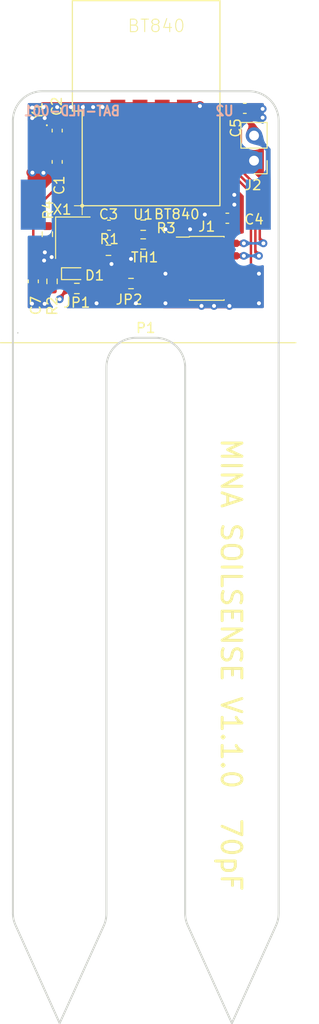
<source format=kicad_pcb>
(kicad_pcb (version 20221018) (generator pcbnew)
  (layers (0 "F.Cu" signal) (1 "In1.Cu" signal) (2 "In2.Cu" signal) (31 "B.Cu" signal) (34 "B.Paste" user) (35 "F.Paste" user) (36 "B.SilkS" user "B.Silkscreen") (37 "F.SilkS" user "F.Silkscreen") (38 "B.Mask" user) (39 "F.Mask" user) (44 "Edge.Cuts" user))
  (net 0 "")
  (net 5 "/Oscillator/gpio_power")
  (net 54 "GND")
  (net 55 "/SWDIO")
  (net 56 "/SWDCLK")
  (net 57 "/nRST")
  (net 58 "VDD")
  (net 59 "+BATT")
  (net 60 "/Oscillator/ADC_OUT")
  (net 61 "/Oscillator/Probe")
  (net 62 "/XL1")
  (net 63 "/XL2")
  (net 64 "/NTC_POWER")
  (net 65 "NTC_ADC")
  (net 66 "/Oscillator/enable")
  (net 68 "Net-(D1-A)")
  (footprint "Connector_PinHeader_1.27mm:PinHeader_2x05_P1.27mm_Vertical_SMD" (layer "F.Cu") (at 142.195 60.96)
    (fp_text reference "J1" (at 0 -4.235) (layer "F.SilkS"))
    (fp_text value "Conn_ARM_JTAG_SWD_10")
    (fp_line (start -3.09 -3.17) (end -1.765 -3.17) (stroke (width 0.12)) (layer "F.SilkS"))
    (fp_line (start -1.765 -3.235) (end -1.765 -3.17) (stroke (width 0.12)) (layer "F.SilkS"))
    (fp_line (start -1.765 -3.235) (end 1.765 -3.235) (stroke (width 0.12)) (layer "F.SilkS"))
    (fp_line (start -1.765 3.17) (end -1.765 3.235) (stroke (width 0.12)) (layer "F.SilkS"))
    (fp_line (start -1.765 3.235) (end 1.765 3.235) (stroke (width 0.12)) (layer "F.SilkS"))
    (fp_line (start 1.765 -3.235) (end 1.765 -3.17) (stroke (width 0.12)) (layer "F.SilkS"))
    (fp_line (start 1.765 3.17) (end 1.765 3.235) (stroke (width 0.12)) (layer "F.SilkS"))
    (pad "1" smd rect (at -1.95 -2.54) (size 2.4 0.74) (layers "F.Cu" "F.Paste" "F.Mask") (net 58 "VDD"))
    (pad "2" smd rect (at 1.95 -2.54) (size 2.4 0.74) (layers "F.Cu" "F.Paste" "F.Mask") (net 55 "/SWDIO"))
    (pad "3" smd rect (at -1.95 -1.27) (size 2.4 0.74) (layers "F.Cu" "F.Paste" "F.Mask") (net 54 "GND"))
    (pad "4" smd rect (at 1.95 -1.27) (size 2.4 0.74) (layers "F.Cu" "F.Paste" "F.Mask") (net 56 "/SWDCLK"))
    (pad "5" smd rect (at -1.95 0) (size 2.4 0.74) (layers "F.Cu" "F.Paste" "F.Mask") (net 54 "GND"))
    (pad "6" smd rect (at 1.95 0) (size 2.4 0.74) (layers "F.Cu" "F.Paste" "F.Mask"))
    (pad "7" smd rect (at -1.95 1.27) (size 2.4 0.74) (layers "F.Cu" "F.Paste" "F.Mask"))
    (pad "8" smd rect (at 1.95 1.27) (size 2.4 0.74) (layers "F.Cu" "F.Paste" "F.Mask"))
    (pad "9" smd rect (at -1.95 2.54) (size 2.4 0.74) (layers "F.Cu" "F.Paste" "F.Mask"))
    (pad "10" smd rect (at 1.95 2.54) (size 2.4 0.74) (layers "F.Cu" "F.Paste" "F.Mask") (net 57 "/nRST"))
  )
  (footprint "soil_lib:BT840-BT840" (layer "F.Cu") (at 129.54 54.61)
    (fp_text reference "U1" (at 6.184445 0.885817) (layer "F.SilkS"))
    (fp_text value "BT840" (at 9.615121 0.862375) (layer "F.SilkS"))
    (fp_text user "BT840" (at 7.53364 -18.23466) (layer "F.SilkS") (effects (font (size 1.27 1.27) (thickness 0.1016))))
    (fp_line (start -0.99822 -20.79752) (end 13.99794 -20.79752) (stroke (width 0.127)) (layer "F.SilkS"))
    (fp_line (start -0.99822 -9.66978) (end -0.99822 -20.79752) (stroke (width 0.127)) (layer "F.SilkS"))
    (fp_line (start -0.79756 0) (end 0 0) (stroke (width 0.1)) (layer "F.SilkS"))
    (fp_line (start -0.00508 -0.00254) (end -0.00508 -0.5207) (stroke (width 0.1)) (layer "F.SilkS"))
    (fp_line (start 0 -9.59866) (end -0.99822 -9.59866) (stroke (width 0.127)) (layer "F.SilkS"))
    (fp_line (start 0 -0.254) (end 0 -0.14986) (stroke (width 0.1)) (layer "F.SilkS"))
    (fp_line (start 0 -0.14986) (end 0 0) (stroke (width 0.1)) (layer "F.SilkS"))
    (fp_line (start 0 0) (end 0 -9.59866) (stroke (width 0.127)) (layer "F.SilkS"))
    (fp_line (start 0 0) (end 0 0) (stroke (width 0.1)) (layer "F.SilkS"))
    (fp_line (start 0 0) (end 12.5984 0) (stroke (width 0.1)) (layer "F.SilkS"))
    (fp_line (start 0 0.14986) (end 0 0) (stroke (width 0.1)) (layer "F.SilkS"))
    (fp_line (start 0 0.91186) (end 0 0.14986) (stroke (width 0.1)) (layer "F.SilkS"))
    (fp_line (start 12.5984 0) (end 0 0) (stroke (width 0.1)) (layer "F.SilkS"))
    (fp_line (start 12.5984 0) (end 12.5984 0) (stroke (width 0.1)) (layer "F.SilkS"))
    (fp_line (start 13.9954 -15.99692) (end 13.9954 -9.72312) (stroke (width 0.1)) (layer "F.SilkS"))
    (fp_line (start 13.99794 -20.79752) (end 13.99794 -15.99946) (stroke (width 0.127)) (layer "F.SilkS"))
    (fp_line (start 13.99794 -15.99946) (end 13.99794 0) (stroke (width 0.127)) (layer "F.SilkS"))
    (fp_line (start 13.99794 0) (end 0 0) (stroke (width 0.127)) (layer "F.SilkS"))
    (fp_line (start 14.00048 -15.99946) (end 13.99794 -15.99946) (stroke (width 0.1)) (layer "F.SilkS"))
    (fp_line (start 14.00048 -0.58928) (end 14.00048 -0.00762) (stroke (width 0.1)) (layer "F.SilkS"))
    (fp_arc (start 0 -0.14986) (mid 0.14986 0) (end 0 0.14986) (stroke (width 0.1)) (layer "F.SilkS"))
    (fp_arc (start 0 0.14986) (mid -0.14986 0) (end 0 -0.14986) (stroke (width 0.1)) (layer "F.SilkS"))
    (pad "P$1" smd rect (at 0 -8.79856 180) (size 1.4986 0.6985) (layers "F.Cu" "F.Paste" "F.Mask"))
    (pad "P$2" smd rect (at 0 -7.69874) (size 1.4986 0.6985) (layers "F.Cu" "F.Paste" "F.Mask"))
    (pad "P$3" smd rect (at 0 -6.59892) (size 1.4986 0.6985) (layers "F.Cu" "F.Paste" "F.Mask") (net 62 "/XL1"))
    (pad "P$4" smd rect (at 0 -5.4991) (size 1.4986 0.6985) (layers "F.Cu" "F.Paste" "F.Mask") (net 63 "/XL2"))
    (pad "P$5" smd rect (at 0 -4.39928) (size 1.4986 0.6985) (layers "F.Cu" "F.Paste" "F.Mask") (net 60 "/Oscillator/ADC_OUT"))
    (pad "P$6" smd rect (at 0 -3.29946) (size 1.4986 0.6985) (layers "F.Cu" "F.Paste" "F.Mask") (net 65 "NTC_ADC"))
    (pad "P$7" smd rect (at 0 -2.19964) (size 1.4986 0.6985) (layers "F.Cu" "F.Paste" "F.Mask") (net 66 "/Oscillator/enable"))
    (pad "P$8" smd rect (at 0 -1.09982) (size 1.4986 0.6985) (layers "F.Cu" "F.Paste" "F.Mask") (net 5 "/Oscillator/gpio_power"))
    (pad "P$9" smd rect (at 13.99794 -1.09982) (size 1.4986 0.6985) (layers "F.Cu" "F.Paste" "F.Mask") (net 58 "VDD"))
    (pad "P$10" smd rect (at 13.99794 -2.19964) (size 1.4986 0.6985) (layers "F.Cu" "F.Paste" "F.Mask") (net 54 "GND"))
    (pad "P$11" smd rect (at 13.99794 -3.29946) (size 1.4986 0.6985) (layers "F.Cu" "F.Paste" "F.Mask"))
    (pad "P$12" smd rect (at 13.99794 -4.39928) (size 1.4986 0.6985) (layers "F.Cu" "F.Paste" "F.Mask"))
    (pad "P$13" smd rect (at 13.99794 -5.4991) (size 1.4986 0.6985) (layers "F.Cu" "F.Paste" "F.Mask"))
    (pad "P$14" smd rect (at 13.99794 -6.59892) (size 1.4986 0.6985) (layers "F.Cu" "F.Paste" "F.Mask") (net 57 "/nRST"))
    (pad "P$15" smd rect (at 13.99794 -7.69874) (size 1.4986 0.6985) (layers "F.Cu" "F.Paste" "F.Mask") (net 56 "/SWDCLK"))
    (pad "P$16" smd rect (at 13.99794 -8.79856) (size 1.4986 0.6985) (layers "F.Cu" "F.Paste" "F.Mask") (net 55 "/SWDIO"))
    (pad "P$A0" smd circle (at 4.7498 -7.99846 180) (size 0.59944 0.59944) (layers "F.Cu" "F.Paste" "F.Mask"))
    (pad "P$A1" smd circle (at 4.7498 -6.79958 180) (size 0.59944 0.59944) (layers "F.Cu" "F.Paste" "F.Mask"))
    (pad "P$A2" smd circle (at 4.7498 -5.59816 180) (size 0.59944 0.59944) (layers "F.Cu" "F.Paste" "F.Mask"))
    (pad "P$A3" smd circle (at 4.7498 -4.39928 180) (size 0.59944 0.59944) (layers "F.Cu" "F.Paste" "F.Mask"))
    (pad "P$A4" smd circle (at 4.7498 -3.19786 180) (size 0.59944 0.59944) (layers "F.Cu" "F.Paste" "F.Mask"))
    (pad "P$A5" smd circle (at 4.7498 -1.99898) (size 0.59944 0.59944) (layers "F.Cu" "F.Paste" "F.Mask"))
    (pad "P$A6" smd circle (at 4.7498 -0.79756) (size 0.59944 0.59944) (layers "F.Cu" "F.Paste" "F.Mask"))
    (pad "P$B0" smd circle (at 6.2484 -7.99846 180) (size 0.59944 0.59944) (layers "F.Cu" "F.Paste" "F.Mask"))
    (pad "P$B1" smd circle (at 6.2484 -6.79958 180) (size 0.59944 0.59944) (layers "F.Cu" "F.Paste" "F.Mask"))
    (pad "P$B2" smd circle (at 6.2484 -5.59816 180) (size 0.59944 0.59944) (layers "F.Cu" "F.Paste" "F.Mask"))
    (pad "P$B3" smd circle (at 6.2484 -4.39928 180) (size 0.59944 0.59944) (layers "F.Cu" "F.Paste" "F.Mask"))
    (pad "P$B4" smd circle (at 6.2484 -3.19786 180) (size 0.59944 0.59944) (layers "F.Cu" "F.Paste" "F.Mask"))
    (pad "P$B5" smd circle (at 6.2484 -1.99898 180) (size 0.59944 0.59944) (layers "F.Cu" "F.Paste" "F.Mask"))
    (pad "P$B6" smd circle (at 6.2484 -0.79756 180) (size 0.59944 0.59944) (layers "F.Cu" "F.Paste" "F.Mask"))
    (pad "P$C0" smd circle (at 7.74954 -7.99846 180) (size 0.59944 0.59944) (layers "F.Cu" "F.Paste" "F.Mask"))
    (pad "P$C1" smd circle (at 7.74954 -6.79958 180) (size 0.59944 0.59944) (layers "F.Cu" "F.Paste" "F.Mask"))
    (pad "P$C2" smd circle (at 7.74954 -5.59816 180) (size 0.59944 0.59944) (layers "F.Cu" "F.Paste" "F.Mask"))
    (pad "P$C3" smd circle (at 7.74954 -4.39928 180) (size 0.59944 0.59944) (layers "F.Cu" "F.Paste" "F.Mask"))
    (pad "P$C4" smd circle (at 7.74954 -3.19786 180) (size 0.59944 0.59944) (layers "F.Cu" "F.Paste" "F.Mask"))
    (pad "P$C5" smd circle (at 7.74954 -1.99898 180) (size 0.59944 0.59944) (layers "F.Cu" "F.Paste" "F.Mask"))
    (pad "P$C6" smd circle (at 7.74954 -0.79756 180) (size 0.59944 0.59944) (layers "F.Cu" "F.Paste" "F.Mask"))
    (pad "P$D0" smd circle (at 9.24814 -7.99846 180) (size 0.59944 0.59944) (layers "F.Cu" "F.Paste" "F.Mask"))
    (pad "P$D1" smd circle (at 9.24814 -6.79958 180) (size 0.59944 0.59944) (layers "F.Cu" "F.Paste" "F.Mask"))
    (pad "P$D2" smd circle (at 9.24814 -5.59816 180) (size 0.59944 0.59944) (layers "F.Cu" "F.Paste" "F.Mask"))
    (pad "P$D3" smd circle (at 9.24814 -4.39928 180) (size 0.59944 0.59944) (layers "F.Cu" "F.Paste" "F.Mask"))
    (pad "P$D4" smd circle (at 9.24814 -3.19786 180) (size 0.59944 0.59944) (layers "F.Cu" "F.Paste" "F.Mask"))
    (pad "P$D5" smd circle (at 9.24814 -1.99898 180) (size 0.59944 0.59944) (layers "F.Cu" "F.Paste" "F.Mask"))
    (pad "P$D6" smd circle (at 9.24814 -0.79756 180) (size 0.59944 0.59944) (layers "F.Cu" "F.Paste" "F.Mask"))
    (pad "P$E0" smd circle (at 10.74928 -7.99846 180) (size 0.59944 0.59944) (layers "F.Cu" "F.Paste" "F.Mask"))
    (pad "P$E1" smd circle (at 10.74928 -6.79958 180) (size 0.59944 0.59944) (layers "F.Cu" "F.Paste" "F.Mask"))
    (pad "P$E2" smd circle (at 10.74928 -5.59816 180) (size 0.59944 0.59944) (layers "F.Cu" "F.Paste" "F.Mask"))
    (pad "P$E3" smd circle (at 10.74928 -4.39928 180) (size 0.59944 0.59944) (layers "F.Cu" "F.Paste" "F.Mask"))
    (pad "P$E4" smd circle (at 10.74928 -3.19786 180) (size 0.59944 0.59944) (layers "F.Cu" "F.Paste" "F.Mask"))
    (pad "P$E5" smd circle (at 10.74928 -1.99898) (size 0.59944 0.59944) (layers "F.Cu" "F.Paste" "F.Mask"))
    (pad "P$E6" smd circle (at 10.74928 -0.79756) (size 0.59944 0.59944) (layers "F.Cu" "F.Paste" "F.Mask"))
    (pad "P$F0" smd rect (at 3.62966 -9.99998) (size 1.4986 1.4986) (layers "F.Cu" "F.Paste" "F.Mask") (net 54 "GND"))
    (pad "P$F1" smd rect (at 5.87756 -9.99998) (size 1.4986 1.4986) (layers "F.Cu" "F.Paste" "F.Mask") (net 54 "GND"))
    (pad "P$F2" smd rect (at 8.128 -9.99998) (size 1.4986 1.4986) (layers "F.Cu" "F.Paste" "F.Mask") (net 54 "GND"))
    (pad "P$F3" smd rect (at 10.37844 -9.99998) (size 1.4986 1.4986) (layers "F.Cu" "F.Paste" "F.Mask") (net 54 "GND"))
    (pad "P$F4" smd circle (at 12.24788 -3.19786 180) (size 0.59944 0.59944) (layers "F.Cu" "F.Paste" "F.Mask") (net 59 "+BATT"))
    (pad "P$F5" smd circle (at 12.24788 -1.99898) (size 0.59944 0.59944) (layers "F.Cu" "F.Paste" "F.Mask"))
    (pad "P$F6" smd circle (at 12.24788 -0.79756) (size 0.59944 0.59944) (layers "F.Cu" "F.Paste" "F.Mask"))
    (pad "P$Z0" smd circle (at 3.24866 -7.99846 180) (size 0.59944 0.59944) (layers "F.Cu" "F.Paste" "F.Mask"))
    (pad "P$Z1" smd circle (at 3.24866 -6.79958 180) (size 0.59944 0.59944) (layers "F.Cu" "F.Paste" "F.Mask"))
    (pad "P$Z2" smd circle (at 3.24866 -5.59816 180) (size 0.59944 0.59944) (layers "F.Cu" "F.Paste" "F.Mask"))
    (pad "P$Z3" smd circle (at 3.24866 -4.39928 180) (size 0.59944 0.59944) (layers "F.Cu" "F.Paste" "F.Mask"))
    (pad "P$Z4" smd circle (at 3.24866 -3.19786 180) (size 0.59944 0.59944) (layers "F.Cu" "F.Paste" "F.Mask"))
    (pad "P$Z5" smd circle (at 3.24866 -1.99898) (size 0.59944 0.59944) (layers "F.Cu" "F.Paste" "F.Mask"))
    (pad "P$Z6" smd circle (at 3.24866 -0.79756) (size 0.59944 0.59944) (layers "F.Cu" "F.Paste" "F.Mask") (net 64 "/NTC_POWER"))
  )
  (footprint "soil_lib:XTAL320X150X90" (layer "F.Cu") (at 125 48.5 -90)
    (fp_text reference "Y1" (at -3.5 0 -90) (layer "F.SilkS") (effects (font (thickness 0.160104) bold)))
    (fp_text value "ABS07-32.768KHZ-T" hide)
    (fp_circle (center -2.05 -0.95) (end -1.95 -0.95) (fill solid) (layer "F.SilkS"))
    (pad "1" smd rect (at -1.25 0 270) (size 1.1 1.9) (layers "F.Cu" "F.Paste" "F.Mask") (net 62 "/XL1"))
    (pad "2" smd rect (at 1.25 0 270) (size 1.1 1.9) (layers "F.Cu" "F.Paste" "F.Mask") (net 63 "/XL2"))
  )
  (footprint "Capacitor_SMD:C_0603_1608Metric" (layer "F.Cu") (at 146.062156 44.734305)
    (fp_text reference "C5" (at -0.929757 1.986555 90) (layer "F.SilkS"))
    (fp_text value "4.7uf 0603")
    (fp_line (start -0.14058 -0.51) (end 0.14058 -0.51) (stroke (width 0.12)) (layer "F.SilkS"))
    (fp_line (start -0.14058 0.51) (end 0.14058 0.51) (stroke (width 0.12)) (layer "F.SilkS"))
    (pad "1" smd roundrect (at -0.775 0) (size 0.9 0.95) (layers "F.Cu" "F.Paste" "F.Mask") (net 59 "+BATT"))
    (pad "2" smd roundrect (at 0.775 0) (size 0.9 0.95) (layers "F.Cu" "F.Paste" "F.Mask") (net 54 "GND"))
  )
  (footprint "Capacitor_SMD:C_0603_1608Metric" (layer "F.Cu") (at 132.26 56.585)
    (fp_text reference "C3" (at -0.040335 -1.108012) (layer "F.SilkS"))
    (fp_text value "100nF 0603")
    (fp_line (start -0.14058 -0.51) (end 0.14058 -0.51) (stroke (width 0.12)) (layer "F.SilkS"))
    (fp_line (start -0.14058 0.51) (end 0.14058 0.51) (stroke (width 0.12)) (layer "F.SilkS"))
    (pad "1" smd roundrect (at -0.775 0) (size 0.9 0.95) (layers "F.Cu" "F.Paste" "F.Mask") (net 5 "/Oscillator/gpio_power"))
    (pad "2" smd roundrect (at 0.775 0) (size 0.9 0.95) (layers "F.Cu" "F.Paste" "F.Mask") (net 54 "GND"))
  )
  (footprint "Capacitor_SMD:C_0603_1608Metric" (layer "F.Cu") (at 127 50.165 90)
    (fp_text reference "C1" (at -2.371462 0.217872 90) (layer "F.SilkS"))
    (fp_text value "12pF 0603")
    (fp_line (start -0.14058 -0.51) (end 0.14058 -0.51) (stroke (width 0.12)) (layer "F.SilkS"))
    (fp_line (start -0.14058 0.51) (end 0.14058 0.51) (stroke (width 0.12)) (layer "F.SilkS"))
    (pad "1" smd roundrect (at -0.775 0 90) (size 0.9 0.95) (layers "F.Cu" "F.Paste" "F.Mask") (net 54 "GND"))
    (pad "2" smd roundrect (at 0.775 0 90) (size 0.9 0.95) (layers "F.Cu" "F.Paste" "F.Mask") (net 63 "/XL2"))
  )
  (footprint "soil_lib:Oscillator_SMD_SeikoEpson_SG8002CE-4Pin_3.2x2.5mm" (layer "F.Cu") (at 128.59 57.855 -90)
    (fp_text reference "X1" (at -2.855 1.09 -180) (layer "F.SilkS"))
    (fp_text value "SIT8008BC-23-18E-80.000000")
    (fp_line (start -2.1 -1.75) (end -2.1 1.75) (stroke (width 0.12)) (layer "F.SilkS"))
    (fp_line (start -2.1 1.75) (end 2.1 1.75) (stroke (width 0.12)) (layer "F.SilkS"))
    (pad "1" smd rect (at -1.2 0.95 270) (size 1.4 1.2) (layers "F.Cu" "F.Paste" "F.Mask") (net 66 "/Oscillator/enable"))
    (pad "2" smd rect (at 1.2 0.95 270) (size 1.4 1.2) (layers "F.Cu" "F.Paste" "F.Mask") (net 54 "GND"))
    (pad "3" smd rect (at 1.2 -0.95 270) (size 1.4 1.2) (layers "F.Cu" "F.Paste" "F.Mask") (net 68 "Net-(D1-A)"))
    (pad "4" smd rect (at -1.2 -0.95 270) (size 1.4 1.2) (layers "F.Cu" "F.Paste" "F.Mask") (net 5 "/Oscillator/gpio_power"))
  )
  (footprint "Resistor_SMD:R_0603_1608Metric" (layer "F.Cu") (at 129 63 180)
    (fp_text reference "JP1" (at 0 -1.43) (layer "F.SilkS"))
    (fp_text value "0R 0603")
    (fp_line (start -0.237258 -0.5225) (end 0.237258 -0.5225) (stroke (width 0.12)) (layer "F.SilkS"))
    (fp_line (start -0.237258 0.5225) (end 0.237258 0.5225) (stroke (width 0.12)) (layer "F.SilkS"))
    (pad "1" smd roundrect (at -0.825 0 180) (size 0.8 0.95) (layers "F.Cu" "F.Paste" "F.Mask") (net 68 "Net-(D1-A)"))
    (pad "2" smd roundrect (at 0.825 0 180) (size 0.8 0.95) (layers "F.Cu" "F.Paste" "F.Mask") (net 61 "/Oscillator/Probe"))
  )
  (footprint "Resistor_SMD:R_0603_1608Metric" (layer "F.Cu") (at 134.5 62.5)
    (fp_text reference "JP2" (at -0.197252 1.626118) (layer "F.SilkS"))
    (fp_text value "0R 0603")
    (fp_line (start -0.237258 -0.5225) (end 0.237258 -0.5225) (stroke (width 0.12)) (layer "F.SilkS"))
    (fp_line (start -0.237258 0.5225) (end 0.237258 0.5225) (stroke (width 0.12)) (layer "F.SilkS"))
    (pad "1" smd roundrect (at -0.825 0) (size 0.8 0.95) (layers "F.Cu" "F.Paste" "F.Mask") (net 5 "/Oscillator/gpio_power"))
    (pad "2" smd roundrect (at 0.825 0) (size 0.8 0.95) (layers "F.Cu" "F.Paste" "F.Mask") (net 58 "VDD"))
  )
  (footprint "Capacitor_SMD:C_0603_1608Metric" (layer "F.Cu") (at 127 46.99 -90)
    (fp_text reference "C2" (at -2.463098 0.042438 -90) (layer "F.SilkS"))
    (fp_text value "12pF 0603")
    (fp_line (start -0.14058 -0.51) (end 0.14058 -0.51) (stroke (width 0.12)) (layer "F.SilkS"))
    (fp_line (start -0.14058 0.51) (end 0.14058 0.51) (stroke (width 0.12)) (layer "F.SilkS"))
    (pad "1" smd roundrect (at -0.775 0 270) (size 0.9 0.95) (layers "F.Cu" "F.Paste" "F.Mask") (net 54 "GND"))
    (pad "2" smd roundrect (at 0.775 0 270) (size 0.9 0.95) (layers "F.Cu" "F.Paste" "F.Mask") (net 62 "/XL1"))
  )
  (footprint "Connector_PinHeader_2.54mm:PinHeader_1x02_P2.54mm_Vertical" (layer "F.Cu") (at 147 50.04 180)
    (fp_text reference "J2" (at 0.095486 -2.477779 180) (layer "F.SilkS"))
    (fp_text value "Conn_01x02 0.1\"")
    (fp_line (start -1.33 -1.33) (end 0 -1.33) (stroke (width 0.12)) (layer "F.SilkS"))
    (fp_line (start -1.33 0) (end -1.33 -1.33) (stroke (width 0.12)) (layer "F.SilkS"))
    (fp_line (start -1.33 1.27) (end -1.33 3.87) (stroke (width 0.12)) (layer "F.SilkS"))
    (fp_line (start -1.33 1.27) (end 1.33 1.27) (stroke (width 0.12)) (layer "F.SilkS"))
    (fp_line (start -1.33 3.87) (end 1.33 3.87) (stroke (width 0.12)) (layer "F.SilkS"))
    (fp_line (start 1.33 1.27) (end 1.33 3.87) (stroke (width 0.12)) (layer "F.SilkS"))
    (pad "1" thru_hole rect (at 0 0 180) (size 1.7 1.7) (drill 1) (layers "*.Cu" "*.Mask") (net 54 "GND"))
    (pad "2" thru_hole oval (at 0 2.54 180) (size 1.7 1.7) (drill 1) (layers "*.Cu" "*.Mask") (net 59 "+BATT"))
  )
  (footprint "soil_lib:1-70pf_Soil_Probe" (layer "F.Cu") (at 136.25 91)
    (fp_text reference "P1" (at -0.25 -24 unlocked) (layer "F.SilkS"))
    (fp_text value "1-30pf")
    (fp_line (start -15 -22.5) (end 15 -22.5) (stroke (width 0.12)) (layer "F.SilkS"))
  )
  (footprint "Resistor_SMD:R_0603_1608Metric" (layer "F.Cu") (at 126 57.5 -90)
    (fp_text reference "R4" (at -2.469398 -0.082614 90) (layer "F.SilkS"))
    (fp_text value "100k 0603 1%")
    (fp_line (start -0.237258 -0.5225) (end 0.237258 -0.5225) (stroke (width 0.12)) (layer "F.SilkS"))
    (fp_line (start -0.237258 0.5225) (end 0.237258 0.5225) (stroke (width 0.12)) (layer "F.SilkS"))
    (pad "1" smd roundrect (at -0.825 0 270) (size 0.8 0.95) (layers "F.Cu" "F.Paste" "F.Mask") (net 66 "/Oscillator/enable"))
    (pad "2" smd roundrect (at 0.825 0 270) (size 0.8 0.95) (layers "F.Cu" "F.Paste" "F.Mask") (net 54 "GND"))
  )
  (footprint "Capacitor_SMD:C_0603_1608Metric" (layer "F.Cu") (at 144.285 55.88)
    (fp_text reference "C4" (at 2.715 0.12) (layer "F.SilkS"))
    (fp_text value "4.7uf 0603")
    (fp_line (start -0.14058 -0.51) (end 0.14058 -0.51) (stroke (width 0.12)) (layer "F.SilkS"))
    (fp_line (start -0.14058 0.51) (end 0.14058 0.51) (stroke (width 0.12)) (layer "F.SilkS"))
    (pad "1" smd roundrect (at -0.775 0) (size 0.9 0.95) (layers "F.Cu" "F.Paste" "F.Mask") (net 58 "VDD"))
    (pad "2" smd roundrect (at 0.775 0) (size 0.9 0.95) (layers "F.Cu" "F.Paste" "F.Mask") (net 54 "GND"))
  )
  (footprint "Resistor_SMD:R_0603_1608Metric" (layer "F.Cu") (at 135.74 56.585 180)
    (fp_text reference "R3" (at -2.327242 -0.292466 180) (layer "F.SilkS"))
    (fp_text value "100k 0603 1%")
    (fp_line (start -0.237258 -0.5225) (end 0.237258 -0.5225) (stroke (width 0.12)) (layer "F.SilkS"))
    (fp_line (start -0.237258 0.5225) (end 0.237258 0.5225) (stroke (width 0.12)) (layer "F.SilkS"))
    (pad "1" smd roundrect (at -0.825 0 180) (size 0.8 0.95) (layers "F.Cu" "F.Paste" "F.Mask") (net 64 "/NTC_POWER"))
    (pad "2" smd roundrect (at 0.825 0 180) (size 0.8 0.95) (layers "F.Cu" "F.Paste" "F.Mask") (net 65 "NTC_ADC"))
  )
  (footprint "Resistor_SMD:R_0603_1608Metric" (layer "F.Cu") (at 132.21 59.125)
    (fp_text reference "R1" (at 0.083334 -1.133964) (layer "F.SilkS"))
    (fp_text value "100k 0603 1%")
    (fp_line (start -0.237258 -0.5225) (end 0.237258 -0.5225) (stroke (width 0.12)) (layer "F.SilkS"))
    (fp_line (start -0.237258 0.5225) (end 0.237258 0.5225) (stroke (width 0.12)) (layer "F.SilkS"))
    (pad "1" smd roundrect (at -0.825 0) (size 0.8 0.95) (layers "F.Cu" "F.Paste" "F.Mask") (net 68 "Net-(D1-A)"))
    (pad "2" smd roundrect (at 0.825 0) (size 0.8 0.95) (layers "F.Cu" "F.Paste" "F.Mask") (net 54 "GND"))
  )
  (footprint "Resistor_SMD:R_0603_1608Metric" (layer "F.Cu") (at 126.4775 62.275 -90)
    (fp_text reference "R2" (at 2.500623 -0.022004 90) (layer "F.SilkS"))
    (fp_text value "100k 0603 1%")
    (fp_line (start -0.237258 -0.5225) (end 0.237258 -0.5225) (stroke (width 0.12)) (layer "F.SilkS"))
    (fp_line (start -0.237258 0.5225) (end 0.237258 0.5225) (stroke (width 0.12)) (layer "F.SilkS"))
    (pad "1" smd roundrect (at -0.825 0 270) (size 0.8 0.95) (layers "F.Cu" "F.Paste" "F.Mask") (net 60 "/Oscillator/ADC_OUT"))
    (pad "2" smd roundrect (at 0.825 0 270) (size 0.8 0.95) (layers "F.Cu" "F.Paste" "F.Mask") (net 54 "GND"))
  )
  (footprint "Capacitor_SMD:C_0603_1608Metric" (layer "F.Cu") (at 124.5725 62.275 -90)
    (fp_text reference "C7" (at 2.45698 -0.257638 90) (layer "F.SilkS"))
    (fp_text value "100nF 0603")
    (fp_line (start -0.14058 -0.51) (end 0.14058 -0.51) (stroke (width 0.12)) (layer "F.SilkS"))
    (fp_line (start -0.14058 0.51) (end 0.14058 0.51) (stroke (width 0.12)) (layer "F.SilkS"))
    (pad "1" smd roundrect (at -0.775 0 270) (size 0.9 0.95) (layers "F.Cu" "F.Paste" "F.Mask") (net 60 "/Oscillator/ADC_OUT"))
    (pad "2" smd roundrect (at 0.775 0 270) (size 0.9 0.95) (layers "F.Cu" "F.Paste" "F.Mask") (net 54 "GND"))
  )
  (footprint "Resistor_SMD:R_0603_1608Metric" (layer "F.Cu") (at 135.74 58.49)
    (fp_text reference "TH1" (at 0.144636 1.351003) (layer "F.SilkS"))
    (fp_text value "100k NTC")
    (fp_line (start -0.237258 -0.5225) (end 0.237258 -0.5225) (stroke (width 0.12)) (layer "F.SilkS"))
    (fp_line (start -0.237258 0.5225) (end 0.237258 0.5225) (stroke (width 0.12)) (layer "F.SilkS"))
    (pad "1" smd roundrect (at -0.825 0) (size 0.8 0.95) (layers "F.Cu" "F.Paste" "F.Mask") (net 65 "NTC_ADC"))
    (pad "2" smd roundrect (at 0.825 0) (size 0.8 0.95) (layers "F.Cu" "F.Paste" "F.Mask") (net 54 "GND"))
  )
  (footprint "Diode_SMD:D_SOD-523" (layer "F.Cu") (at 128.7 61.5)
    (fp_text reference "D1" (at 2.098396 0.17693) (layer "F.SilkS"))
    (fp_text value "CDSU101A")
    (fp_line (start -1.26 -0.6) (end -1.26 0.6) (stroke (width 0.12)) (layer "F.SilkS"))
    (fp_line (start 0.7 -0.6) (end -1.26 -0.6) (stroke (width 0.12)) (layer "F.SilkS"))
    (fp_line (start 0.7 0.6) (end -1.26 0.6) (stroke (width 0.12)) (layer "F.SilkS"))
    (pad "1" smd roundrect (at -0.7 0 180) (size 0.6 0.7) (layers "F.Cu" "F.Paste" "F.Mask") (net 60 "/Oscillator/ADC_OUT"))
    (pad "2" smd roundrect (at 0.7 0 180) (size 0.6 0.7) (layers "F.Cu" "F.Paste" "F.Mask") (net 68 "Net-(D1-A)"))
  )
  (footprint "soil_lib:BAT-HLD-001" (layer "B.Cu") (at 136 54.5)
    (fp_text reference "U2" (at 8 -9.5) (layer "B.SilkS") (effects (font (size 1 0.9) (thickness 0.2) bold) (justify mirror)))
    (fp_text value "BAT-HLD-001" (at -7.5 -9.5) (layer "B.SilkS") (effects (font (size 1 0.9) (thickness 0.2) bold) (justify mirror)))
    (pad "+@1" smd rect (at -11.43 0 180) (size 2.54 5.08) (layers "B.Cu" "B.Paste" "B.Mask"))
    (pad "+@2" smd rect (at 11.43 0 180) (size 2.54 5.08) (layers "B.Cu" "B.Paste" "B.Mask") (net 59 "+BATT"))
    (pad "-" smd circle (at 0 0 180) (size 17.78 17.78) (layers "B.Cu" "B.Mask") (net 54 "GND"))
  )
  (gr_line (start 146.5 43) (end 125.5 43) (stroke (width 0.2)) (layer "Edge.Cuts"))
  (gr_line (start 127.25 137.5) (end 131.757435 127.565985) (stroke (width 0.2)) (layer "Edge.Cuts"))
  (gr_arc (start 149.5 126.352991) (mid 149.432575 126.985459) (end 149.233324 127.589495) (stroke (width 0.2)) (layer "Edge.Cuts"))
  (gr_line (start 144.75 137.5) (end 149.233324 127.589495) (stroke (width 0.2)) (layer "Edge.Cuts"))
  (gr_arc (start 122.5 46) (mid 123.37868 43.87868) (end 125.5 43) (stroke (width 0.2)) (layer "Edge.Cuts"))
  (gr_arc (start 146.5 43) (mid 148.62132 43.87868) (end 149.5 46) (stroke (width 0.2)) (layer "Edge.Cuts"))
  (gr_line (start 122.791418 127.611979) (end 127.25 137.5) (stroke (width 0.2)) (layer "Edge.Cuts"))
  (gr_line (start 135 68) (end 137 68) (stroke (width 0.2)) (layer "Edge.Cuts"))
  (gr_line (start 149.5 126.352991) (end 149.5 46) (stroke (width 0.2)) (layer "Edge.Cuts"))
  (gr_arc (start 122.791418 127.611979) (mid 122.573766 126.983334) (end 122.5 126.322178) (stroke (width 0.2)) (layer "Edge.Cuts"))
  (gr_arc (start 132 71) (mid 132.87868 68.87868) (end 135 68) (stroke (width 0.2)) (layer "Edge.Cuts"))
  (gr_line (start 132 126.384227) (end 132 71) (stroke (width 0.2)) (layer "Edge.Cuts"))
  (gr_arc (start 132 126.384227) (mid 131.938733 126.987425) (end 131.757435 127.565985) (stroke (width 0.2)) (layer "Edge.Cuts"))
  (gr_line (start 122.5 46) (end 122.5 126.322178) (stroke (width 0.2)) (layer "Edge.Cuts"))
  (gr_arc (start 140.266676 127.589495) (mid 140.067428 126.985458) (end 140 126.352991) (stroke (width 0.2)) (layer "Edge.Cuts"))
  (gr_line (start 140 71) (end 140 126.352991) (stroke (width 0.2)) (layer "Edge.Cuts"))
  (gr_line (start 140.266676 127.589495) (end 144.75 137.5) (stroke (width 0.2)) (layer "Edge.Cuts"))
  (gr_line (start 123 67.5) (end 123 67.5) (stroke (width 0.15)) (layer "Edge.Cuts"))
  (gr_arc (start 137 68) (mid 139.12132 68.87868) (end 140 71) (stroke (width 0.2)) (layer "Edge.Cuts"))
  (gr_text "MINA SOILSENSE V1.1.0  70pF" (at 143.5 78 270) (layer "F.SilkS") (effects (font (size 2 2) (thickness 0.3)) (justify left bottom)))
  (segment (start 131.5 62) (end 132 62.5) (width 0.25) (layer "F.Cu") (net 5))
  (segment (start 129.54 53.51018) (end 129.54 56.655) (width 0.25) (layer "F.Cu") (net 5))
  (segment (start 132.325949 58.462252) (end 132.31 58.478201) (width 0.25) (layer "F.Cu") (net 5))
  (segment (start 132 62.5) (end 133.675 62.5) (width 0.25) (layer "F.Cu") (net 5))
  (segment (start 132.31 58.478201) (end 132.31 59.69) (width 0.25) (layer "F.Cu") (net 5))
  (segment (start 132.31 59.69) (end 131.5 60.5) (width 0.25) (layer "F.Cu") (net 5))
  (segment (start 129.54 56.655) (end 131.415 56.655) (width 0.25) (layer "F.Cu") (net 5))
  (segment (start 131.485 56.585) (end 132.325949 57.425949) (width 0.25) (layer "F.Cu") (net 5))
  (segment (start 131.5 60.5) (end 131.5 62) (width 0.25) (layer "F.Cu") (net 5))
  (segment (start 132.325949 57.425949) (end 132.325949 58.462252) (width 0.25) (layer "F.Cu") (net 5))
  (segment (start 137.855 64.355) (end 138 64.5) (width 0.5) (layer "F.Cu") (net 54))
  (segment (start 133.035 59.125) (end 133.91 60) (width 0.254) (layer "F.Cu") (net 54))
  (segment (start 137.855 61.355) (end 138 61.5) (width 0.5) (layer "F.Cu") (net 54))
  (segment (start 128.389981 44.610021) (end 128.389981 44.610022) (width 1) (layer "F.Cu") (net 54))
  (segment (start 127 50.7875) (end 126.534146 51.253354) (width 1) (layer "F.Cu") (net 54))
  (segment (start 137.855 64.77) (end 141.665 64.77) (width 0.5) (layer "F.Cu") (net 54))
  (segment (start 140.245 60.96) (end 137.855 60.96) (width 0.5) (layer "F.Cu") (net 54))
  (segment (start 142.935 64.77) (end 144.5 64.77) (width 0.5) (layer "F.Cu") (net 54))
  (segment (start 128.38998 44.61002) (end 125.610022 44.61002) (width 1) (layer "F.Cu") (net 54))
  (segment (start 135.055 60) (end 136.565 58.49) (width 0.254) (layer "F.Cu") (net 54))
  (segment (start 143.53794 52.41036) (end 144.536441 52.41036) (width 0.5) (layer "F.Cu") (net 54))
  (segment (start 144.536441 52.41036) (end 144.994634 52.868553) (width 0.5) (layer "F.Cu") (net 54))
  (segment (start 129.610021 44.610021) (end 130.649977 44.610021) (width 1) (layer "F.Cu") (net 54))
  (segment (start 137.855 61.645) (end 137.855 64.355) (width 0.5) (layer "F.Cu") (net 54))
  (segment (start 127 46.000003) (end 128.389981 44.610022) (width 1) (layer "F.Cu") (net 54))
  (segment (start 125.583258 51.253354) (end 124.484738 51.253354) (width 1) (layer "F.Cu") (net 54))
  (segment (start 125.610022 44.61002) (end 125.610021 44.610021) (width 1) (layer "F.Cu") (net 54))
  (segment (start 131.610021 44.610021) (end 130.649979 44.610021) (width 1) (layer "F.Cu") (net 54))
  (segment (start 141.665 64.77) (end 142.935 64.77) (width 0.5) (layer "F.Cu") (net 54))
  (segment (start 132.936769 60.518231) (end 132.518232 60.518231) (width 0.254) (layer "F.Cu") (net 54))
  (segment (start 134.5 60) (end 135.055 60) (width 0.254) (layer "F.Cu") (net 54))
  (segment (start 125.605228 51.275324) (end 125.583258 51.253354) (width 1) (layer "F.Cu") (net 54))
  (segment (start 133.035 56.585) (end 133.035 59.125) (width 0.254) (layer "F.Cu") (net 54))
  (segment (start 125.627198 51.253354) (end 125.605228 51.275324) (width 1) (layer "F.Cu") (net 54))
  (segment (start 138 61.5) (end 137.855 61.645) (width 0.5) (layer "F.Cu") (net 54))
  (segment (start 128.38998 44.61002) (end 128.389981 44.610021) (width 1) (layer "F.Cu") (net 54))
  (segment (start 140.245 59.69) (end 140.245 60.96) (width 0.5) (layer "F.Cu") (net 54))
  (segment (start 133.035 59.125) (end 133.035 60.42) (width 0.254) (layer "F.Cu") (net 54))
  (segment (start 128.38998 44.61002) (end 129.61002 44.61002) (width 1) (layer "F.Cu") (net 54))
  (segment (start 130.649979 44.610021) (end 130.649978 44.610022) (width 1) (layer "F.Cu") (net 54))
  (segment (start 129.61002 44.61002) (end 129.610021 44.610021) (width 1) (layer "F.Cu") (net 54))
  (segment (start 137.855 60.96) (end 137.855 61.355) (width 0.5) (layer "F.Cu") (net 54))
  (segment (start 124.5725 63.05) (end 126.4275 63.05) (width 0.254) (layer "F.Cu") (net 54))
  (segment (start 133.035 60.42) (end 132.936769 60.518231) (width 0.254) (layer "F.Cu") (net 54))
  (segment (start 141.38998 44.61002) (end 141.5 44.5) (width 1) (layer "F.Cu") (net 54))
  (segment (start 130.649977 44.610021) (end 130.649978 44.610022) (width 1) (layer "F.Cu") (net 54))
  (segment (start 133.91 60) (end 134.5 60) (width 0.254) (layer "F.Cu") (net 54))
  (segment (start 144.994634 52.868553) (end 144.994634 53.505366) (width 0.5) (layer "F.Cu") (net 54))
  (segment (start 139.91844 44.61002) (end 141.38998 44.61002) (width 1) (layer "F.Cu") (net 54))
  (segment (start 137.855 64.645) (end 137.855 64.77) (width 0.5) (layer "F.Cu") (net 54))
  (segment (start 126.534146 51.253354) (end 125.627198 51.253354) (width 1) (layer "F.Cu") (net 54))
  (segment (start 139.91844 44.61002) (end 131.610021 44.610021) (width 1) (layer "F.Cu") (net 54))
  (segment (start 124.484738 51.253354) (end 124.374886 51.253354) (width 1) (layer "F.Cu") (net 54))
  (segment (start 127 46.2125) (end 127 46.000003) (width 1) (layer "F.Cu") (net 54))
  (segment (start 138 64.5) (end 137.855 64.645) (width 0.5) (layer "F.Cu") (net 54))
  (via (at 125.73 45.72) (size 0.8) (drill 0.4) (layers "F.Cu" "B.Cu") (net 54))
  (via (at 129.610021 44.610021) (size 0.8) (drill 0.4) (layers "F.Cu" "B.Cu") (net 54))
  (via (at 144.5 64.77) (size 0.8) (drill 0.4) (layers "F.Cu" "B.Cu") (net 54))
  (via (at 138 61.5) (size 0.8) (drill 0.4) (layers "F.Cu" "B.Cu") (net 54))
  (via (at 134.5 60) (size 0.8) (drill 0.4) (layers "F.Cu" "B.Cu") (net 54))
  (via (at 125.743511 59.335647) (size 0.8) (drill 0.4) (layers "F.Cu" "B.Cu") (net 54))
  (via (at 147.5 61.5) (size 0.8) (drill 0.4) (layers "F.Cu" "B.Cu") (net 54))
  (via (at 141.665 64.77) (size 0.8) (drill 0.4) (layers "F.Cu" "B.Cu") (net 54))
  (via (at 135 64.5) (size 0.8) (drill 0.4) (layers "F.Cu" "B.Cu") (net 54))
  (via (at 147.874187 45.678213) (size 0.8) (drill 0.4) (layers "F.Cu" "B.Cu") (net 54))
  (via (at 132.518232 60.518231) (size 0.8) (drill 0.4) (layers "F.Cu" "B.Cu") (net 54))
  (via (at 141.5 44.5) (size 0.8) (drill 0.4) (layers "F.Cu" "B.Cu") (net 54))
  (via (at 124.46 45.72) (size 0.8) (drill 0.4) (layers "F.Cu" "B.Cu") (net 54))
  (via (at 125.610021 44.610021) (size 0.8) (drill 0.4) (layers "F.Cu" "B.Cu") (net 54))
  (via (at 147.874187 44.789519) (size 0.8) (drill 0.4) (layers "F.Cu" "B.Cu") (net 54))
  (via (at 125.727392 64.553342) (size 0.8) (drill 0.4) (layers "F.Cu" "B.Cu") (net 54))
  (via (at 130.649978 44.610022) (size 0.8) (drill 0.4) (layers "F.Cu" "B.Cu") (net 54))
  (via (at 138 57) (size 0.8) (drill 0.4) (layers "F.Cu" "B.Cu") (net 54))
  (via (at 124.484738 51.253354) (size 0.8) (drill 0.4) (layers "F.Cu" "B.Cu") (net 54))
  (via (at 126.436959 59.815727) (size 0.8) (drill 0.4) (layers "F.Cu" "B.Cu") (net 54))
  (via (at 124.460578 44.657191) (size 0.8) (drill 0.4) (layers "F.Cu" "B.Cu") (net 54))
  (via (at 125.670772 60.164875) (size 0.8) (drill 0.4) (layers "F.Cu" "B.Cu") (net 54))
  (via (at 142 55.5) (size 0.8) (drill 0.4) (layers "F.Cu" "B.Cu") (net 54))
  (via (at 124.437482 64.538794) (size 0.8) (drill 0.4) (layers "F.Cu" "B.Cu") (net 54))
  (via (at 131.610021 44.610021) (size 0.8) (drill 0.4) (layers "F.Cu" "B.Cu") (net 54))
  (via (at 147.5 64.5) (size 0.8) (drill 0.4) (layers "F.Cu" "B.Cu") (net 54))
  (via (at 140.5 57) (size 0.8) (drill 0.4) (layers "F.Cu" "B.Cu") (net 54))
  (via (at 125.605228 51.275324) (size 0.8) (drill 0.4) (layers "F.Cu" "B.Cu") (net 54))
  (via (at 145 54.5) (size 0.8) (drill 0.4) (layers "F.Cu" "B.Cu") (net 54))
  (via (at 144.994634 53.505366) (size 0.8) (drill 0.4) (layers "F.Cu" "B.Cu") (net 54))
  (via (at 131 64.5) (size 0.8) (drill 0.4) (layers "F.Cu" "B.Cu") (net 54))
  (via (at 138 64.5) (size 0.8) (drill 0.4) (layers "F.Cu" "B.Cu") (net 54))
  (via (at 127.000002 44.610021) (size 0.8) (drill 0.4) (layers "F.Cu" "B.Cu") (net 54))
  (via (at 142.935 64.77) (size 0.8) (drill 0.4) (layers "F.Cu" "B.Cu") (net 54))
  (via (at 128.389981 44.610022) (size 0.8) (drill 0.4) (layers "F.Cu" "B.Cu") (net 54))
  (segment (start 147.955 58.42) (end 147.584002 58.049002) (width 0.25) (layer "F.Cu") (net 55))
  (segment (start 145.654318 46.928518) (end 144.53724 45.81144) (width 0.25) (layer "F.Cu") (net 55))
  (segment (start 147.584002 58.049002) (end 147.584002 52.932807) (width 0.25) (layer "F.Cu") (net 55))
  (segment (start 145.9605 58.42) (end 144.145 58.42) (width 0.25) (layer "F.Cu") (net 55))
  (segment (start 144.53724 45.81144) (end 143.53794 45.81144) (width 0.25) (layer "F.Cu") (net 55))
  (segment (start 145.654318 51.003123) (end 145.654318 46.928518) (width 0.25) (layer "F.Cu") (net 55))
  (segment (start 147.584002 52.932807) (end 145.654318 51.003123) (width 0.25) (layer "F.Cu") (net 55))
  (via (at 147.955 58.42) (size 0.8) (drill 0.4) (layers "F.Cu" "B.Cu") (net 55))
  (via (at 145.9605 58.42) (size 0.8) (drill 0.4) (layers "F.Cu" "B.Cu") (net 55))
  (segment (start 145.9605 58.42) (end 147.955 58.42) (width 0.25) (layer "B.Cu") (net 55))
  (segment (start 145.204817 47.578837) (end 144.53724 46.91126) (width 0.25) (layer "F.Cu") (net 56))
  (segment (start 144.53724 46.91126) (end 143.53794 46.91126) (width 0.25) (layer "F.Cu") (net 56))
  (segment (start 147.134501 59.3245) (end 147.134501 53.118996) (width 0.25) (layer "F.Cu") (net 56))
  (segment (start 145.204817 51.189312) (end 145.204817 47.578837) (width 0.25) (layer "F.Cu") (net 56))
  (segment (start 147.500001 59.69) (end 147.134501 59.3245) (width 0.25) (layer "F.Cu") (net 56))
  (segment (start 145.9605 59.69) (end 144.145 59.69) (width 0.25) (layer "F.Cu") (net 56))
  (segment (start 147.134501 53.118996) (end 145.204817 51.189312) (width 0.25) (layer "F.Cu") (net 56))
  (via (at 145.9605 59.69) (size 0.8) (drill 0.4) (layers "F.Cu" "B.Cu") (net 56))
  (via (at 147.500001 59.69) (size 0.8) (drill 0.4) (layers "F.Cu" "B.Cu") (net 56))
  (segment (start 147.500001 59.69) (end 145.9605 59.69) (width 0.25) (layer "B.Cu") (net 56))
  (segment (start 144.51108 48.01108) (end 143.53794 48.01108) (width 0.25) (layer "F.Cu") (net 57))
  (segment (start 144.145 63.5) (end 146 63.5) (width 0.254) (layer "F.Cu") (net 57))
  (segment (start 146.685 62.815) (end 146.685 61.5) (width 0.254) (layer "F.Cu") (net 57))
  (segment (start 146 63.5) (end 146.685 62.815) (width 0.254) (layer "F.Cu") (net 57))
  (segment (start 144.755316 51.375501) (end 144.755316 48.255316) (width 0.25) (layer "F.Cu") (net 57))
  (segment (start 144.755316 48.255316) (end 144.51108 48.01108) (width 0.25) (layer "F.Cu") (net 57))
  (segment (start 146.685 61.5) (end 146.685 53.305185) (width 0.25) (layer "F.Cu") (net 57))
  (segment (start 146.685 53.305185) (end 144.755316 51.375501) (width 0.25) (layer "F.Cu") (net 57))
  (segment (start 143.51 55.88) (end 143.51 53.53812) (width 0.5) (layer "F.Cu") (net 58))
  (segment (start 139.045 58.42) (end 135.325 62.14) (width 0.5) (layer "F.Cu") (net 58))
  (segment (start 140.245 58.42) (end 139.045 58.42) (width 0.5) (layer "F.Cu") (net 58))
  (segment (start 140.97 58.42) (end 143.51 55.88) (width 0.5) (layer "F.Cu") (net 58))
  (segment (start 135.325 62.14) (end 135.325 62.5) (width 0.5) (layer "F.Cu") (net 58))
  (segment (start 141.78788 51.41214) (end 141.78788 45.663729) (width 0.5) (layer "F.Cu") (net 59))
  (segment (start 147 46.581763) (end 147 47.5) (width 0.5) (layer "F.Cu") (net 59))
  (segment (start 142.717304 44.734305) (end 145.287156 44.734305) (width 0.5) (layer "F.Cu") (net 59))
  (segment (start 141.78788 45.663729) (end 142.717304 44.734305) (width 0.5) (layer "F.Cu") (net 59))
  (segment (start 145.287156 44.868919) (end 147 46.581763) (width 0.5) (layer "F.Cu") (net 59))
  (segment (start 148.435235 48.935235) (end 147 47.5) (width 0.5) (layer "B.Cu") (net 59))
  (segment (start 148.435235 53.604765) (end 148.435235 48.935235) (width 0.5) (layer "B.Cu") (net 59))
  (segment (start 128 61.5) (end 126.5275 61.5) (width 0.25) (layer "F.Cu") (net 60))
  (segment (start 128.5407 50.21072) (end 129.54 50.21072) (width 0.25) (layer "F.Cu") (net 60))
  (segment (start 124.5725 61.5) (end 126.4275 61.5) (width 0.25) (layer "F.Cu") (net 60))
  (segment (start 126.5275 61.5) (end 126.4775 61.45) (width 0.25) (layer "F.Cu") (net 60))
  (segment (start 128.27 50.48142) (end 128.5407 50.21072) (width 0.25) (layer "F.Cu") (net 60))
  (segment (start 125.3525 54.3525) (end 128.27 51.435) (width 0.25) (layer "F.Cu") (net 60))
  (segment (start 124.5725 55.1325) (end 125.3525 54.3525) (width 0.25) (layer "F.Cu") (net 60))
  (segment (start 124.5725 61.5) (end 124.5725 55.1325) (width 0.25) (layer "F.Cu") (net 60))
  (segment (start 128.27 51.435) (end 128.27 50.48142) (width 0.25) (layer "F.Cu") (net 60))
  (segment (start 127.247837 63.927163) (end 127.247837 64.089188) (width 0.25) (layer "F.Cu") (net 61))
  (segment (start 128.175 63) (end 127.247837 63.927163) (width 0.25) (layer "F.Cu") (net 61))
  (via (at 127.247837 64.089188) (size 0.8) (drill 0.4) (layers "F.Cu" "B.Cu") (net 61))
  (segment (start 126.4625 47.25) (end 124.46 47.25) (width 0.25) (layer "F.Cu") (net 62))
  (segment (start 129.54 48.01108) (end 127.22358 48.01108) (width 0.25) (layer "F.Cu") (net 62))
  (segment (start 127 47.7875) (end 126.4625 47.25) (width 0.25) (layer "F.Cu") (net 62))
  (segment (start 126.4625 49.75) (end 124.46 49.75) (width 0.25) (layer "F.Cu") (net 63))
  (segment (start 129.54 49.1109) (end 127.1016 49.1109) (width 0.25) (layer "F.Cu") (net 63))
  (segment (start 127 49.2125) (end 126.4625 49.75) (width 0.25) (layer "F.Cu") (net 63))
  (segment (start 132.78866 54.78866) (end 132.78866 53.81244) (width 0.25) (layer "F.Cu") (net 64))
  (segment (start 135.290165 55.310165) (end 135.290165 55.303589) (width 0.25) (layer "F.Cu") (net 64))
  (segment (start 135.290165 55.303589) (end 133.303589 55.303589) (width 0.25) (layer "F.Cu") (net 64))
  (segment (start 136.565 56.585) (end 135.290165 55.310165) (width 0.25) (layer "F.Cu") (net 64))
  (segment (start 133.303589 55.303589) (end 132.78866 54.78866) (width 0.25) (layer "F.Cu") (net 64))
  (segment (start 132.25309 55.75309) (end 133.75309 55.75309) (width 0.25) (layer "F.Cu") (net 65))
  (segment (start 133.75309 55.75309) (end 134.585 56.585) (width 0.25) (layer "F.Cu") (net 65))
  (segment (start 131.445 52.21624) (end 131.445 54.945) (width 0.25) (layer "F.Cu") (net 65))
  (segment (start 134.915 58.49) (end 134.915 56.585) (width 0.254) (layer "F.Cu") (net 65))
  (segment (start 134.585 56.585) (end 134.915 56.585) (width 0.25) (layer "F.Cu") (net 65))
  (segment (start 131.445 54.945) (end 132.25309 55.75309) (width 0.25) (layer "F.Cu") (net 65))
  (segment (start 130.5393 51.31054) (end 131.445 52.21624) (width 0.25) (layer "F.Cu") (net 65))
  (segment (start 129.54 51.31054) (end 130.5393 51.31054) (width 0.25) (layer "F.Cu") (net 65))
  (segment (start 127.64 53.30706) (end 127.64 56.655) (width 0.254) (layer "F.Cu") (net 66))
  (segment (start 128.5367 52.41036) (end 127.64 53.30706) (width 0.254) (layer "F.Cu") (net 66))
  (segment (start 127.64 56.655) (end 126.035 56.655) (width 0.254) (layer "F.Cu") (net 66))
  (segment (start 129.54 52.41036) (end 128.5367 52.41036) (width 0.254) (layer "F.Cu") (net 66))
  (segment (start 129.54 59.055) (end 129.54 62.715) (width 0.25) (layer "F.Cu") (net 68))
  (segment (start 131.385 59.125) (end 129.61 59.125) (width 0.25) (layer "F.Cu") (net 68))
  (segment (start 129.54 62.715) (end 129.825 63) (width 0.25) (layer "F.Cu") (net 68))
  (zone (net 0) (net_name "") (layer "F.Cu") (connect_pads yes (clearance 0)) (min_thickness 0.254)
    (keepout (tracks allowed) (vias allowed) (pads allowed) (copperpour not_allowed) (footprints allowed))
    (fill (thermal_gap 0.508) (thermal_bridge_width 0.508))
    (polygon (pts (xy 129.54 45.085) (xy 143.51 45.085) (xy 143.51 53.975) (xy 142.875 54.61) (xy 129.54 54.61)))
  )
  (zone (net 54) (net_name "GND") (layers "F.Cu" "In1.Cu" "In2.Cu" "B.Cu") (connect_pads yes (clearance 0.6)) (min_thickness 0.254) (fill yes (thermal_gap 0.508) (thermal_bridge_width 0.508))
    (polygon (pts (xy 124 44.197732) (xy 148 44.197732) (xy 148 65.00082) (xy 124 65.010649)))
  )
)
</source>
